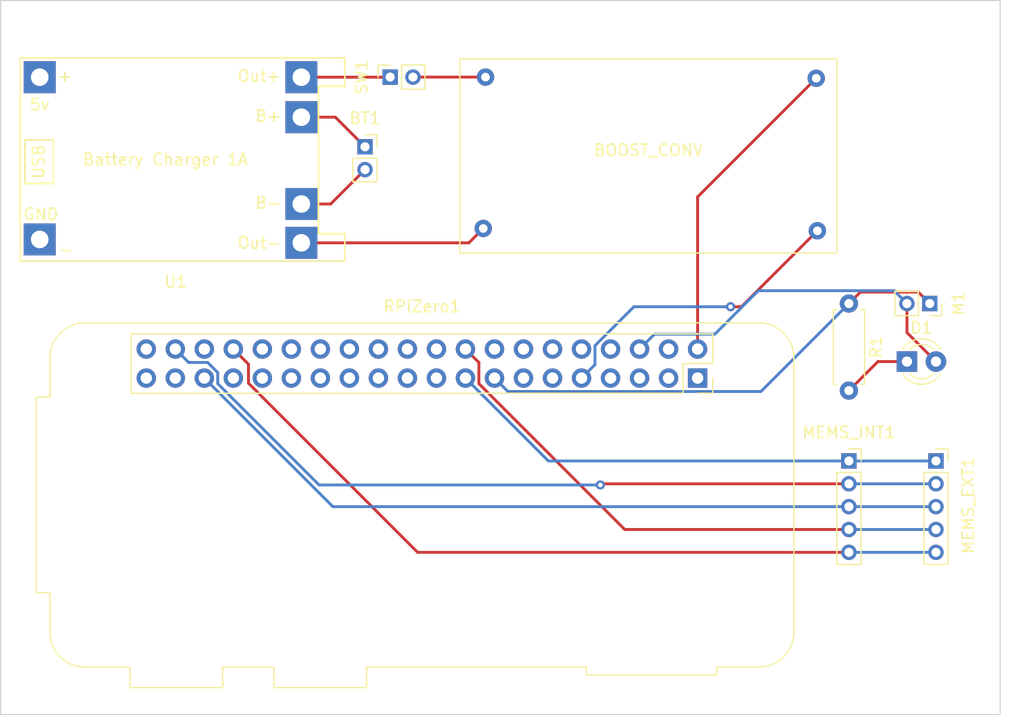
<source format=kicad_pcb>
(kicad_pcb (version 20211014) (generator pcbnew)
  (layers (0 "F.Cu" signal) (31 "B.Cu" signal) (34 "B.Paste" user) (35 "F.Paste" user) (36 "B.SilkS" user "B.Silkscreen") (37 "F.SilkS" user "F.Silkscreen") (38 "B.Mask" user) (39 "F.Mask" user) (44 "Edge.Cuts" user))
  (net 0 "")
  (net 1 "Net-(BT1-Pad1)")
  (net 2 "Net-(BT1-Pad2)")
  (net 3 "Net-(D1-Pad1)")
  (net 4 "Net-(D1-Pad2)")
  (net 5 "Net-(SW1-Pad2)")
  (net 7 "Net-(U1-Pad4)")
  (net 9 "Net-(RPiZero1-Pad15)")
  (net 10 "Net-(RPiZero1-Pad17)")
  (net 11 "Net-(RPiZero1-Pad38)")
  (net 12 "Net-(RPiZero1-Pad35)")
  (net 13 "Net-(RPiZero1-Pad18)")
  (net 14 "Net-(RPiZero1-Pad34)")
  (net 16 "Net-(RPiZero1-Pad2)")
  (net 22 "Net-(RPiZero1-Pad9)")
  (net 48 "Net-(SW1-Pad1)")
  (footprint "Connector_PinSocket_2.00mm:PinSocket_1x02_P2.00mm_Vertical" (layer "F.Cu") (at 69.4 82.8)
    (fp_text reference "BT1" (at 0 -2.5) (layer "F.SilkS"))
    (fp_text value "Battery_Cell")
    (fp_line (start 0 -1.06) (end 1.06 -1.06) (layer "F.SilkS") (width 0.12))
    (fp_line (start 1.06 1) (end 1.06 3.06) (layer "F.SilkS") (width 0.12))
    (fp_line (start -1.06 1) (end -1.06 3.06) (layer "F.SilkS") (width 0.12))
    (fp_line (start -1.06 1) (end 1.06 1) (layer "F.SilkS") (width 0.12))
    (fp_line (start -1.06 3.06) (end 1.06 3.06) (layer "F.SilkS") (width 0.12))
    (fp_line (start 1.06 -1.06) (end 1.06 0) (layer "F.SilkS") (width 0.12))
    (pad "1" thru_hole rect (at 0 0) (size 1.35 1.35) (drill 0.8) (layers *.Cu *.Mask) (net 1 "Net-(BT1-Pad1)"))
    (pad "2" thru_hole oval (at 0 2) (size 1.35 1.35) (drill 0.8) (layers *.Cu *.Mask) (net 2 "Net-(BT1-Pad2)"))
  )
  (footprint "LED_THT:LED_D3.0mm" (layer "F.Cu") (at 116.84 101.6)
    (fp_text reference "D1" (at 1.27 -2.96) (layer "F.SilkS"))
    (fp_text value "LED")
    (fp_line (start -0.29 -1.236) (end -0.29 -1.08) (layer "F.SilkS") (width 0.12))
    (fp_line (start -0.29 1.08) (end -0.29 1.236) (layer "F.SilkS") (width 0.12))
    (fp_arc (start 2.942335 1.078608) (mid 1.366487 1.987659) (end -0.29 1.235516) (layer "F.SilkS") (width 0.12))
    (fp_arc (start 0.229039 -1.08) (mid 1.270117 -1.5) (end 2.31113 -1.079837) (layer "F.SilkS") (width 0.12))
    (fp_arc (start 2.31113 1.079837) (mid 1.270117 1.5) (end 0.229039 1.08) (layer "F.SilkS") (width 0.12))
    (fp_arc (start -0.29 -1.235516) (mid 1.366487 -1.987659) (end 2.942335 -1.078608) (layer "F.SilkS") (width 0.12))
    (pad "1" thru_hole rect (at 0 0) (size 1.8 1.8) (drill 0.9) (layers *.Cu *.Mask) (net 3 "Net-(D1-Pad1)"))
    (pad "2" thru_hole circle (at 2.54 0) (size 1.8 1.8) (drill 0.9) (layers *.Cu *.Mask) (net 4 "Net-(D1-Pad2)"))
  )
  (footprint "Resistor_THT:R_Axial_DIN0207_L6.3mm_D2.5mm_P7.62mm_Horizontal" (layer "F.Cu") (at 111.76 96.52 -90)
    (fp_text reference "R1" (at 3.81 -2.37 90) (layer "F.SilkS"))
    (fp_text value "R_US")
    (fp_line (start 7.08 1.37) (end 7.08 1.04) (layer "F.SilkS") (width 0.12))
    (fp_line (start 7.08 -1.37) (end 7.08 -1.04) (layer "F.SilkS") (width 0.12))
    (fp_line (start 0.54 1.04) (end 0.54 1.37) (layer "F.SilkS") (width 0.12))
    (fp_line (start 0.54 -1.04) (end 0.54 -1.37) (layer "F.SilkS") (width 0.12))
    (fp_line (start 0.54 1.37) (end 7.08 1.37) (layer "F.SilkS") (width 0.12))
    (fp_line (start 0.54 -1.37) (end 7.08 -1.37) (layer "F.SilkS") (width 0.12))
    (pad "1" thru_hole circle (at 0 0 270) (size 1.6 1.6) (drill 0.8) (layers *.Cu *.Mask) (net 9 "Net-(RPiZero1-Pad15)"))
    (pad "2" thru_hole oval (at 7.62 0 270) (size 1.6 1.6) (drill 0.8) (layers *.Cu *.Mask) (net 3 "Net-(D1-Pad1)"))
  )
  (footprint "Connector_PinSocket_2.00mm:PinSocket_1x05_P2.00mm_Vertical" (layer "F.Cu") (at 111.76 110.3)
    (fp_text reference "MEMS_INT1" (at 0 -2.5) (layer "F.SilkS"))
    (fp_text value "Conn_01x05_Female")
    (fp_line (start 1.06 -1.06) (end 1.06 0) (layer "F.SilkS") (width 0.12))
    (fp_line (start 0 -1.06) (end 1.06 -1.06) (layer "F.SilkS") (width 0.12))
    (fp_line (start -1.06 1) (end -1.06 9.06) (layer "F.SilkS") (width 0.12))
    (fp_line (start -1.06 1) (end 1.06 1) (layer "F.SilkS") (width 0.12))
    (fp_line (start -1.06 9.06) (end 1.06 9.06) (layer "F.SilkS") (width 0.12))
    (fp_line (start 1.06 1) (end 1.06 9.06) (layer "F.SilkS") (width 0.12))
    (pad "1" thru_hole rect (at 0 0) (size 1.35 1.35) (drill 0.8) (layers *.Cu *.Mask) (net 10 "Net-(RPiZero1-Pad17)"))
    (pad "2" thru_hole oval (at 0 2) (size 1.35 1.35) (drill 0.8) (layers *.Cu *.Mask) (net 11 "Net-(RPiZero1-Pad38)"))
    (pad "3" thru_hole oval (at 0 4) (size 1.35 1.35) (drill 0.8) (layers *.Cu *.Mask) (net 12 "Net-(RPiZero1-Pad35)"))
    (pad "4" thru_hole oval (at 0 6) (size 1.35 1.35) (drill 0.8) (layers *.Cu *.Mask) (net 13 "Net-(RPiZero1-Pad18)"))
    (pad "5" thru_hole oval (at 0 8) (size 1.35 1.35) (drill 0.8) (layers *.Cu *.Mask) (net 14 "Net-(RPiZero1-Pad34)"))
  )
  (footprint "custom_footprints:GENERIC_BUCK_CONV" (layer "F.Cu") (at 94.2 83.6)
    (fp_text reference "BOOST_CONV" (at 0 -0.5 unlocked) (layer "F.SilkS"))
    (fp_text value "GENERIC_BUCK_CONV")
    (fp_rect (start -16.5 -8.5) (end 16.5 8.5) (layer "F.SilkS") (width 0.12) (fill none))
    (pad "1" thru_hole circle (at -14.25 -6.9) (size 1.524 1.524) (drill 0.762) (layers *.Cu *.Mask) (net 5 "Net-(SW1-Pad2)"))
    (pad "2" thru_hole circle (at -14.45 6.35) (size 1.524 1.524) (drill 0.762) (layers *.Cu *.Mask) (net 7 "Net-(U1-Pad4)"))
    (pad "3" thru_hole circle (at 14.7 -6.8) (size 1.524 1.524) (drill 0.762) (layers *.Cu *.Mask) (net 16 "Net-(RPiZero1-Pad2)"))
    (pad "4" thru_hole circle (at 14.8 6.55) (size 1.524 1.524) (drill 0.762) (layers *.Cu *.Mask) (net 22 "Net-(RPiZero1-Pad9)"))
  )
  (footprint "Connector_PinSocket_2.00mm:PinSocket_1x02_P2.00mm_Vertical" (layer "F.Cu") (at 71.6 76.7 90)
    (fp_text reference "SW1" (at 0 -2.5 90) (layer "F.SilkS"))
    (fp_text value "M2011S3AW03")
    (fp_line (start -1.06 1) (end -1.06 3.06) (layer "F.SilkS") (width 0.12))
    (fp_line (start -1.06 3.06) (end 1.06 3.06) (layer "F.SilkS") (width 0.12))
    (fp_line (start 1.06 -1.06) (end 1.06 0) (layer "F.SilkS") (width 0.12))
    (fp_line (start -1.06 1) (end 1.06 1) (layer "F.SilkS") (width 0.12))
    (fp_line (start 1.06 1) (end 1.06 3.06) (layer "F.SilkS") (width 0.12))
    (fp_line (start 0 -1.06) (end 1.06 -1.06) (layer "F.SilkS") (width 0.12))
    (pad "1" thru_hole rect (at 0 0 90) (size 1.35 1.35) (drill 0.8) (layers *.Cu *.Mask) (net 48 "Net-(SW1-Pad1)"))
    (pad "2" thru_hole oval (at 0 2 90) (size 1.35 1.35) (drill 0.8) (layers *.Cu *.Mask) (net 5 "Net-(SW1-Pad2)"))
  )
  (footprint "Connector_PinSocket_2.00mm:PinSocket_1x02_P2.00mm_Vertical" (layer "F.Cu") (at 118.84 96.52 -90)
    (fp_text reference "M1" (at 0 -2.5 90) (layer "F.SilkS"))
    (fp_text value "Vibration Motor")
    (fp_line (start -1.06 3.06) (end 1.06 3.06) (layer "F.SilkS") (width 0.12))
    (fp_line (start 0 -1.06) (end 1.06 -1.06) (layer "F.SilkS") (width 0.12))
    (fp_line (start -1.06 1) (end 1.06 1) (layer "F.SilkS") (width 0.12))
    (fp_line (start 1.06 -1.06) (end 1.06 0) (layer "F.SilkS") (width 0.12))
    (fp_line (start -1.06 1) (end -1.06 3.06) (layer "F.SilkS") (width 0.12))
    (fp_line (start 1.06 1) (end 1.06 3.06) (layer "F.SilkS") (width 0.12))
    (pad "1" thru_hole rect (at 0 0 270) (size 1.35 1.35) (drill 0.8) (layers *.Cu *.Mask) (net 9 "Net-(RPiZero1-Pad15)"))
    (pad "2" thru_hole oval (at 0 2 270) (size 1.35 1.35) (drill 0.8) (layers *.Cu *.Mask) (net 4 "Net-(D1-Pad2)"))
  )
  (footprint "custom_footprints:TP4056" (layer "F.Cu") (at 39.2275 75.0075)
    (fp_text reference "U1" (at 13.6 19.6) (layer "F.SilkS"))
    (fp_text value "TP4056")
    (fp_text user "5v" (at 1.7 4.1) (layer "F.SilkS"))
    (fp_text user "B-" (at 21.7 12.7) (layer "F.SilkS"))
    (fp_text user "-" (at 4 16.8) (layer "F.SilkS"))
    (fp_text user "Out+" (at 20.9 1.6) (layer "F.SilkS"))
    (fp_text user "B+" (at 21.7 5.1) (layer "F.SilkS"))
    (fp_text user "+" (at 3.9 1.6) (layer "F.SilkS"))
    (fp_text user "GND" (at 1.8 13.7) (layer "F.SilkS"))
    (fp_text user "Battery Charger 1A" (at 12.7 8.9) (layer "F.SilkS"))
    (fp_text user "Out-" (at 20.9 16.2) (layer "F.SilkS"))
    (fp_text user "USB" (at 1.6 9.1 90) (layer "F.SilkS"))
    (fp_line (start 28.4 15.7) (end 28.4 17.8) (layer "F.SilkS") (width 0.15))
    (fp_line (start 26.3 0) (end 28.4 0) (layer "F.SilkS") (width 0.15))
    (fp_line (start 28.4 0) (end 28.4 2.5) (layer "F.SilkS") (width 0.15))
    (fp_line (start 0 0) (end 26.3 0) (layer "F.SilkS") (width 0.15))
    (fp_line (start 2.9 11) (end 0.4 11) (layer "F.SilkS") (width 0.15))
    (fp_line (start 0.4 11) (end 0.4 7.3) (layer "F.SilkS") (width 0.15))
    (fp_line (start 0.4 7.2) (end 2.9 7.2) (layer "F.SilkS") (width 0.15))
    (fp_line (start 28.4 2.5) (end 26.1 2.5) (layer "F.SilkS") (width 0.15))
    (fp_line (start 0 17.8) (end 0 0) (layer "F.SilkS") (width 0.15))
    (fp_line (start 26.3 15.4) (end 28.4 15.4) (layer "F.SilkS") (width 0.15))
    (fp_line (start 28.4 17.8) (end 0 17.8) (layer "F.SilkS") (width 0.15))
    (fp_line (start 2.9 7.2) (end 2.9 11) (layer "F.SilkS") (width 0.15))
    (fp_line (start 26.1 2.5) (end 26.1 15.4) (layer "F.SilkS") (width 0.15))
    (fp_line (start 26.1 15.4) (end 26.4 15.4) (layer "F.SilkS") (width 0.15))
    (fp_line (start 28.4 15.4) (end 28.4 15.7) (layer "F.SilkS") (width 0.15))
    (pad "1" thru_hole rect (at 1.7 1.7) (size 2.8 2.8) (drill 1.54) (layers *.Cu *.Mask))
    (pad "2" thru_hole rect (at 1.7 15.9) (size 2.8 2.8) (drill 1.54) (layers *.Cu *.Mask))
    (pad "3" thru_hole rect (at 24.6 1.7) (size 2.8 2.8) (drill 1.54) (layers *.Cu *.Mask) (net 48 "Net-(SW1-Pad1)"))
    (pad "4" thru_hole rect (at 24.6 16.2) (size 2.8 2.8) (drill 1.54) (layers *.Cu *.Mask) (net 7 "Net-(U1-Pad4)"))
    (pad "5" thru_hole rect (at 24.6 5.2) (size 2.8 2.8) (drill 1.54) (layers *.Cu *.Mask) (net 1 "Net-(BT1-Pad1)"))
    (pad "6" thru_hole rect (at 24.6 12.8) (size 2.8 2.8) (drill 1.54) (layers *.Cu *.Mask) (net 2 "Net-(BT1-Pad2)"))
  )
  (footprint "Module:Raspberry_Pi_Zero_Socketed_THT_FaceDown_MountingHoles" (layer "F.Cu") (at 98.515 103.045 -90)
    (fp_text reference "RPiZero1" (at -6.27 24.13) (layer "F.SilkS"))
    (fp_text value "RPi_GPIO")
    (fp_line (start 25.29 53.63) (end 25.29 49.69) (layer "F.SilkS") (width 0.12))
    (fp_line (start 27.09 37.09) (end 27.09 28.97) (layer "F.SilkS") (width 0.12))
    (fp_line (start 27.09 28.97) (end 25.29 28.97) (layer "F.SilkS") (width 0.12))
    (fp_line (start 27.09 49.69) (end 27.09 41.57) (layer "F.SilkS") (width 0.12))
    (fp_line (start 25.29 37.09) (end 27.09 37.09) (layer "F.SilkS") (width 0.12))
    (fp_line (start 25.29 49.69) (end 27.09 49.69) (layer "F.SilkS") (width 0.12))
    (fp_line (start 0 -1.33) (end 1.33 -1.33) (layer "F.SilkS") (width 0.12))
    (fp_line (start 27.09 41.57) (end 25.29 41.57) (layer "F.SilkS") (width 0.12))
    (fp_line (start 18.79 57.89) (end 18.79 56.69) (layer "F.SilkS") (width 0.12))
    (fp_line (start 25.99 -1.68) (end 25.29 -1.68) (layer "F.SilkS") (width 0.12))
    (fp_line (start 25.29 9.74) (end 25.99 9.74) (layer "F.SilkS") (width 0.12))
    (fp_line (start 1.33 -1.33) (end 1.33 0) (layer "F.SilkS") (width 0.12))
    (fp_line (start 18.79 56.69) (end 22.23 56.69) (layer "F.SilkS") (width 0.12))
    (fp_line (start 1.67 56.69) (end -1.77 56.69) (layer "F.SilkS") (width 0.12))
    (fp_line (start 1.67 56.69) (end 1.67 57.89) (layer "F.SilkS") (width 0.12))
    (fp_line (start -3.87 -1.33) (end -3.87 49.59) (layer "F.SilkS") (width 0.12))
    (fp_line (start -4.83 53.63) (end -4.83 -5.37) (layer "F.SilkS") (width 0.12))
    (fp_line (start -1.77 -8.43) (end 22.23 -8.43) (layer "F.SilkS") (width 0.12))
    (fp_line (start 1.67 57.89) (end 18.79 57.89) (layer "F.SilkS") (width 0.12))
    (fp_line (start 25.99 9.74) (end 25.99 -1.68) (layer "F.SilkS") (width 0.12))
    (fp_line (start 25.29 41.57) (end 25.29 37.09) (layer "F.SilkS") (width 0.12))
    (fp_line (start 25.29 28.97) (end 25.29 9.74) (layer "F.SilkS") (width 0.12))
    (fp_line (start -3.87 -1.33) (end -1.27 -1.33) (layer "F.SilkS") (width 0.12))
    (fp_line (start -3.87 49.59) (end 1.33 49.59) (layer "F.SilkS") (width 0.12))
    (fp_line (start 1.33 1.27) (end 1.33 49.59) (layer "F.SilkS") (width 0.12))
    (fp_line (start -1.27 1.27) (end 1.33 1.27) (layer "F.SilkS") (width 0.12))
    (fp_line (start -1.27 -1.33) (end -1.27 1.27) (layer "F.SilkS") (width 0.12))
    (fp_line (start 25.29 -1.68) (end 25.29 -5.37) (layer "F.SilkS") (width 0.12))
    (fp_arc (start -1.77 56.69) (mid -3.933747 55.793747) (end -4.83 53.63) (layer "F.SilkS") (width 0.12))
    (fp_arc (start 25.29 53.63) (mid 24.393747 55.793747) (end 22.23 56.69) (layer "F.SilkS") (width 0.12))
    (fp_arc (start 22.23 -8.43) (mid 24.393747 -7.533747) (end 25.29 -5.37) (layer "F.SilkS") (width 0.12))
    (fp_arc (start -4.83 -5.37) (mid -3.933747 -7.533747) (end -1.77 -8.43) (layer "F.SilkS") (width 0.12))
    (pad "" np_thru_hole circle (at 21.73 -4.87) (size 2.75 2.75) (drill 2.75) (layers *.Cu *.Mask))
    (pad "" np_thru_hole circle (at -1.27 53.13) (size 2.75 2.75) (drill 2.75) (layers *.Cu *.Mask))
    (pad "" np_thru_hole circle (at -1.27 -4.87) (size 2.75 2.75) (drill 2.75) (layers *.Cu *.Mask))
    (pad "" np_thru_hole circle (at 21.73 53.13) (size 2.75 2.75) (drill 2.75) (layers *.Cu *.Mask))
    (pad "1" thru_hole rect (at 0 0 270) (size 1.7 1.7) (drill 1) (layers *.Cu *.Mask))
    (pad "2" thru_hole oval (at -2.54 0 270) (size 1.7 1.7) (drill 1) (layers *.Cu *.Mask) (net 16 "Net-(RPiZero1-Pad2)"))
    (pad "3" thru_hole oval (at 0 2.54 270) (size 1.7 1.7) (drill 1) (layers *.Cu *.Mask))
    (pad "4" thru_hole oval (at -2.54 2.54 270) (size 1.7 1.7) (drill 1) (layers *.Cu *.Mask))
    (pad "5" thru_hole oval (at 0 5.08 270) (size 1.7 1.7) (drill 1) (layers *.Cu *.Mask))
    (pad "6" thru_hole oval (at -2.54 5.08 270) (size 1.7 1.7) (drill 1) (layers *.Cu *.Mask) (net 4 "Net-(D1-Pad2)"))
    (pad "7" thru_hole oval (at 0 7.62 270) (size 1.7 1.7) (drill 1) (layers *.Cu *.Mask))
    (pad "8" thru_hole oval (at -2.54 7.62 270) (size 1.7 1.7) (drill 1) (layers *.Cu *.Mask))
    (pad "9" thru_hole oval (at 0 10.16 270) (size 1.7 1.7) (drill 1) (layers *.Cu *.Mask) (net 22 "Net-(RPiZero1-Pad9)"))
    (pad "10" thru_hole oval (at -2.54 10.16 270) (size 1.7 1.7) (drill 1) (layers *.Cu *.Mask))
    (pad "11" thru_hole oval (at 0 12.7 270) (size 1.7 1.7) (drill 1) (layers *.Cu *.Mask))
    (pad "12" thru_hole oval (at -2.54 12.7 270) (size 1.7 1.7) (drill 1) (layers *.Cu *.Mask))
    (pad "13" thru_hole oval (at 0 15.24 270) (size 1.7 1.7) (drill 1) (layers *.Cu *.Mask))
    (pad "14" thru_hole oval (at -2.54 15.24 270) (size 1.7 1.7) (drill 1) (layers *.Cu *.Mask))
    (pad "15" thru_hole oval (at 0 17.78 270) (size 1.7 1.7) (drill 1) (layers *.Cu *.Mask) (net 9 "Net-(RPiZero1-Pad15)"))
    (pad "16" thru_hole oval (at -2.54 17.78 270) (size 1.7 1.7) (drill 1) (layers *.Cu *.Mask))
    (pad "17" thru_hole oval (at 0 20.32 270) (size 1.7 1.7) (drill 1) (layers *.Cu *.Mask) (net 10 "Net-(RPiZero1-Pad17)"))
    (pad "18" thru_hole oval (at -2.54 20.32 270) (size 1.7 1.7) (drill 1) (layers *.Cu *.Mask) (net 13 "Net-(RPiZero1-Pad18)"))
    (pad "19" thru_hole oval (at 0 22.86 270) (size 1.7 1.7) (drill 1) (layers *.Cu *.Mask))
    (pad "20" thru_hole oval (at -2.54 22.86 270) (size 1.7 1.7) (drill 1) (layers *.Cu *.Mask))
    (pad "21" thru_hole oval (at 0 25.4 270) (size 1.7 1.7) (drill 1) (layers *.Cu *.Mask))
    (pad "22" thru_hole oval (at -2.54 25.4 270) (size 1.7 1.7) (drill 1) (layers *.Cu *.Mask))
    (pad "23" thru_hole oval (at 0 27.94 270) (size 1.7 1.7) (drill 1) (layers *.Cu *.Mask))
    (pad "24" thru_hole oval (at -2.54 27.94 270) (size 1.7 1.7) (drill 1) (layers *.Cu *.Mask))
    (pad "25" thru_hole oval (at 0 30.48 270) (size 1.7 1.7) (drill 1) (layers *.Cu *.Mask))
    (pad "26" thru_hole oval (at -2.54 30.48 270) (size 1.7 1.7) (drill 1) (layers *.Cu *.Mask))
    (pad "27" thru_hole oval (at 0 33.02 270) (size 1.7 1.7) (drill 1) (layers *.Cu *.Mask))
    (pad "28" thru_hole oval (at -2.54 33.02 270) (size 1.7 1.7) (drill 1) (layers *.Cu *.Mask))
    (pad "29" thru_hole oval (at 0 35.56 270) (size 1.7 1.7) (drill 1) (layers *.Cu *.Mask))
    (pad "30" thru_hole oval (at -2.54 35.56 270) (size 1.7 1.7) (drill 1) (layers *.Cu *.Mask))
    (pad "31" thru_hole oval (at 0 38.1 270) (size 1.7 1.7) (drill 1) (layers *.Cu *.Mask))
    (pad "32" thru_hole oval (at -2.54 38.1 270) (size 1.7 1.7) (drill 1) (layers *.Cu *.Mask))
    (pad "33" thru_hole oval (at 0 40.64 270) (size 1.7 1.7) (drill 1) (layers *.Cu *.Mask))
    (pad "34" thru_hole oval (at -2.54 40.64 270) (size 1.7 1.7) (drill 1) (layers *.Cu *.Mask) (net 14 "Net-(RPiZero1-Pad34)"))
    (pad "35" thru_hole oval (at 0 43.18 270) (size 1.7 1.7) (drill 1) (layers *.Cu *.Mask) (net 12 "Net-(RPiZero1-Pad35)"))
    (pad "36" thru_hole oval (at -2.54 43.18 270) (size 1.7 1.7) (drill 1) (layers *.Cu *.Mask))
    (pad "37" thru_hole oval (at 0 45.72 270) (size 1.7 1.7) (drill 1) (layers *.Cu *.Mask))
    (pad "38" thru_hole oval (at -2.54 45.72 270) (size 1.7 1.7) (drill 1) (layers *.Cu *.Mask) (net 11 "Net-(RPiZero1-Pad38)"))
    (pad "39" thru_hole oval (at 0 48.26 270) (size 1.7 1.7) (drill 1) (layers *.Cu *.Mask))
    (pad "40" thru_hole oval (at -2.54 48.26 270) (size 1.7 1.7) (drill 1) (layers *.Cu *.Mask))
  )
  (footprint "Connector_PinSocket_2.00mm:PinSocket_1x05_P2.00mm_Vertical" (layer "F.Cu") (at 119.38 110.3)
    (fp_text reference "MEMS_EXT1" (at 2.82 3.9 90) (layer "F.SilkS"))
    (fp_text value "Conn_01x05_Female")
    (fp_line (start -1.06 9.06) (end 1.06 9.06) (layer "F.SilkS") (width 0.12))
    (fp_line (start 1.06 -1.06) (end 1.06 0) (layer "F.SilkS") (width 0.12))
    (fp_line (start -1.06 1) (end -1.06 9.06) (layer "F.SilkS") (width 0.12))
    (fp_line (start 1.06 1) (end 1.06 9.06) (layer "F.SilkS") (width 0.12))
    (fp_line (start -1.06 1) (end 1.06 1) (layer "F.SilkS") (width 0.12))
    (fp_line (start 0 -1.06) (end 1.06 -1.06) (layer "F.SilkS") (width 0.12))
    (pad "1" thru_hole rect (at 0 0) (size 1.35 1.35) (drill 0.8) (layers *.Cu *.Mask) (net 10 "Net-(RPiZero1-Pad17)"))
    (pad "2" thru_hole oval (at 0 2) (size 1.35 1.35) (drill 0.8) (layers *.Cu *.Mask) (net 11 "Net-(RPiZero1-Pad38)"))
    (pad "3" thru_hole oval (at 0 4) (size 1.35 1.35) (drill 0.8) (layers *.Cu *.Mask) (net 12 "Net-(RPiZero1-Pad35)"))
    (pad "4" thru_hole oval (at 0 6) (size 1.35 1.35) (drill 0.8) (layers *.Cu *.Mask) (net 13 "Net-(RPiZero1-Pad18)"))
    (pad "5" thru_hole oval (at 0 8) (size 1.35 1.35) (drill 0.8) (layers *.Cu *.Mask) (net 14 "Net-(RPiZero1-Pad34)"))
  )
  (gr_rect (start 37.5 70) (end 125 132.5) (layer "Edge.Cuts") (width 0.1) (fill none))
  (segment (start 66.8075 80.2075) (end 69.4 82.8) (width 0.25) (layer "F.Cu") (net 1))
  (segment (start 63.8275 80.2075) (end 66.8075 80.2075) (width 0.25) (layer "F.Cu") (net 1))
  (segment (start 63.8275 87.8075) (end 66.3925 87.8075) (width 0.25) (layer "F.Cu") (net 2))
  (segment (start 66.3925 87.8075) (end 69.4 84.8) (width 0.25) (layer "F.Cu") (net 2))
  (segment (start 116.84 101.6) (end 114.3 101.6) (width 0.25) (layer "F.Cu") (net 3))
  (segment (start 114.3 101.6) (end 111.76 104.14) (width 0.25) (layer "F.Cu") (net 3))
  (segment (start 116.84 99.06) (end 119.38 101.6) (width 0.25) (layer "F.Cu") (net 4))
  (segment (start 116.84 96.52) (end 116.84 99.06) (width 0.25) (layer "F.Cu") (net 4))
  (segment (start 103.829125 95.395489) (end 100.024614 99.2) (width 0.25) (layer "B.Cu") (net 4))
  (segment (start 94.74 99.2) (end 93.435 100.505) (width 0.25) (layer "B.Cu") (net 4))
  (segment (start 115.715489 95.395489) (end 103.829125 95.395489) (width 0.25) (layer "B.Cu") (net 4))
  (segment (start 100.024614 99.2) (end 94.74 99.2) (width 0.25) (layer "B.Cu") (net 4))
  (segment (start 116.84 96.52) (end 115.715489 95.395489) (width 0.25) (layer "B.Cu") (net 4))
  (segment (start 73.6 76.7) (end 79.95 76.7) (width 0.25) (layer "F.Cu") (net 5))
  (segment (start 78.4925 91.2075) (end 79.75 89.95) (width 0.25) (layer "F.Cu") (net 7))
  (segment (start 63.8275 91.2075) (end 78.4925 91.2075) (width 0.25) (layer "F.Cu") (net 7))
  (segment (start 112.759511 95.520489) (end 111.76 96.52) (width 0.25) (layer "F.Cu") (net 9))
  (segment (start 117.840489 95.520489) (end 112.759511 95.520489) (width 0.25) (layer "F.Cu") (net 9))
  (segment (start 118.84 96.52) (end 117.840489 95.520489) (width 0.25) (layer "F.Cu") (net 9))
  (segment (start 104.060489 104.219511) (end 81.909511 104.219511) (width 0.25) (layer "B.Cu") (net 9))
  (segment (start 111.76 96.52) (end 104.060489 104.219511) (width 0.25) (layer "B.Cu") (net 9))
  (segment (start 81.909511 104.219511) (end 80.735 103.045) (width 0.25) (layer "B.Cu") (net 9))
  (segment (start 111.8 110.2) (end 111.9 110.3) (width 0.25) (layer "B.Cu") (net 10))
  (segment (start 111.76 110.24) (end 111.8 110.2) (width 0.25) (layer "B.Cu") (net 10))
  (segment (start 111.76 110.3) (end 85.45 110.3) (width 0.25) (layer "B.Cu") (net 10))
  (segment (start 111.76 110.3) (end 111.76 110.24) (width 0.25) (layer "B.Cu") (net 10))
  (segment (start 111.9 110.3) (end 119.38 110.3) (width 0.25) (layer "B.Cu") (net 10))
  (segment (start 85.45 110.3) (end 78.195 103.045) (width 0.25) (layer "B.Cu") (net 10))
  (segment (start 111.76 112.3) (end 90.1 112.3) (width 0.25) (layer "F.Cu") (net 11))
  (segment (start 90.1 112.3) (end 90 112.4) (width 0.25) (layer "F.Cu") (net 11))
  (via (at 90 112.4) (size 0.8) (drill 0.4) (layers "F.Cu" "B.Cu") (net 11))
  (segment (start 53.969511 101.679511) (end 52.795 100.505) (width 0.25) (layer "B.Cu") (net 11))
  (segment (start 56.509511 102.558501) (end 55.630521 101.679511) (width 0.25) (layer "B.Cu") (net 11))
  (segment (start 90 112.4) (end 65.378012 112.4) (width 0.25) (layer "B.Cu") (net 11))
  (segment (start 56.509511 103.531499) (end 56.509511 102.558501) (width 0.25) (layer "B.Cu") (net 11))
  (segment (start 65.378012 112.4) (end 56.509511 103.531499) (width 0.25) (layer "B.Cu") (net 11))
  (segment (start 111.76 112.3) (end 119.38 112.3) (width 0.25) (layer "B.Cu") (net 11))
  (segment (start 55.630521 101.679511) (end 53.969511 101.679511) (width 0.25) (layer "B.Cu") (net 11))
  (segment (start 111.76 114.3) (end 66.59 114.3) (width 0.25) (layer "B.Cu") (net 12))
  (segment (start 111.76 114.3) (end 119.38 114.3) (width 0.25) (layer "B.Cu") (net 12))
  (segment (start 66.59 114.3) (end 55.335 103.045) (width 0.25) (layer "B.Cu") (net 12))
  (segment (start 79.369511 103.531499) (end 79.369511 101.679511) (width 0.25) (layer "F.Cu") (net 13))
  (segment (start 111.76 116.3) (end 92.138012 116.3) (width 0.25) (layer "F.Cu") (net 13))
  (segment (start 92.138012 116.3) (end 79.369511 103.531499) (width 0.25) (layer "F.Cu") (net 13))
  (segment (start 79.369511 101.679511) (end 78.195 100.505) (width 0.25) (layer "F.Cu") (net 13))
  (segment (start 119.38 116.3) (end 111.76 116.3) (width 0.25) (layer "B.Cu") (net 13))
  (segment (start 111.76 118.3) (end 74.00899 118.3) (width 0.25) (layer "F.Cu") (net 14))
  (segment (start 74.00899 118.3) (end 59.2 103.49101) (width 0.25) (layer "F.Cu") (net 14))
  (segment (start 59.2 103.49101) (end 59.2 101.83) (width 0.25) (layer "F.Cu") (net 14))
  (segment (start 59.2 101.83) (end 57.875 100.505) (width 0.25) (layer "F.Cu") (net 14))
  (segment (start 111.76 118.3) (end 119.38 118.3) (width 0.25) (layer "B.Cu") (net 14))
  (segment (start 108.9 76.8) (end 98.515 87.185) (width 0.25) (layer "F.Cu") (net 16))
  (segment (start 98.515 87.185) (end 98.515 100.505) (width 0.25) (layer "F.Cu") (net 16))
  (segment (start 109 90.15) (end 102.35 96.8) (width 0.25) (layer "F.Cu") (net 22))
  (segment (start 102.35 96.8) (end 101.4 96.8) (width 0.25) (layer "F.Cu") (net 22))
  (via (at 101.4 96.8) (size 0.8) (drill 0.4) (layers "F.Cu" "B.Cu") (net 22))
  (segment (start 101.4 96.8) (end 92.93899 96.8) (width 0.25) (layer "B.Cu") (net 22))
  (segment (start 92.93899 96.8) (end 89.529511 100.209479) (width 0.25) (layer "B.Cu") (net 22))
  (segment (start 89.529511 101.870489) (end 88.355 103.045) (width 0.25) (layer "B.Cu") (net 22))
  (segment (start 89.529511 100.209479) (end 89.529511 101.870489) (width 0.25) (layer "B.Cu") (net 22))
  (segment (start 71.5925 76.7075) (end 71.6 76.7) (width 0.25) (layer "F.Cu") (net 48))
  (segment (start 63.8275 76.7075) (end 71.5925 76.7075) (width 0.25) (layer "F.Cu") (net 48))
)
</source>
